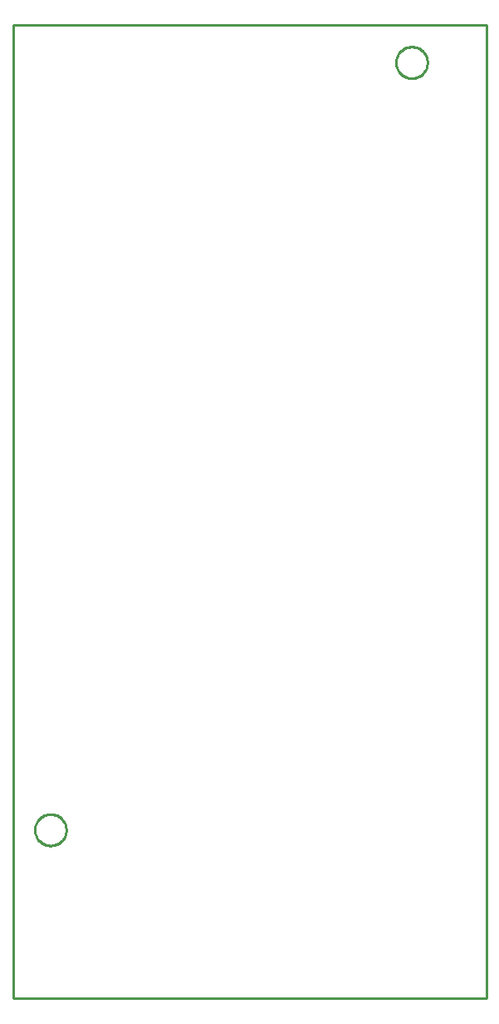
<source format=gbr>
G04 EAGLE Gerber RS-274X export*
G75*
%MOMM*%
%FSLAX34Y34*%
%LPD*%
%IN*%
%IPPOS*%
%AMOC8*
5,1,8,0,0,1.08239X$1,22.5*%
G01*
%ADD10C,0.254000*%


D10*
X0Y0D02*
X482600Y0D01*
X482600Y990600D01*
X0Y990600D01*
X0Y0D01*
X54102Y170926D02*
X54033Y169881D01*
X53897Y168842D01*
X53692Y167814D01*
X53421Y166802D01*
X53084Y165810D01*
X52683Y164842D01*
X52220Y163903D01*
X51696Y162995D01*
X51114Y162124D01*
X50476Y161293D01*
X49786Y160505D01*
X49045Y159764D01*
X48257Y159074D01*
X47426Y158436D01*
X46555Y157854D01*
X45647Y157330D01*
X44708Y156867D01*
X43740Y156466D01*
X42748Y156129D01*
X41736Y155858D01*
X40708Y155653D01*
X39669Y155517D01*
X38624Y155448D01*
X37576Y155448D01*
X36531Y155517D01*
X35492Y155653D01*
X34464Y155858D01*
X33452Y156129D01*
X32460Y156466D01*
X31492Y156867D01*
X30553Y157330D01*
X29645Y157854D01*
X28774Y158436D01*
X27943Y159074D01*
X27155Y159764D01*
X26414Y160505D01*
X25724Y161293D01*
X25086Y162124D01*
X24504Y162995D01*
X23980Y163903D01*
X23517Y164842D01*
X23116Y165810D01*
X22779Y166802D01*
X22508Y167814D01*
X22303Y168842D01*
X22167Y169881D01*
X22098Y170926D01*
X22098Y171974D01*
X22167Y173019D01*
X22303Y174058D01*
X22508Y175086D01*
X22779Y176098D01*
X23116Y177090D01*
X23517Y178058D01*
X23980Y178997D01*
X24504Y179905D01*
X25086Y180776D01*
X25724Y181607D01*
X26414Y182395D01*
X27155Y183136D01*
X27943Y183826D01*
X28774Y184464D01*
X29645Y185046D01*
X30553Y185570D01*
X31492Y186033D01*
X32460Y186434D01*
X33452Y186771D01*
X34464Y187042D01*
X35492Y187247D01*
X36531Y187383D01*
X37576Y187452D01*
X38624Y187452D01*
X39669Y187383D01*
X40708Y187247D01*
X41736Y187042D01*
X42748Y186771D01*
X43740Y186434D01*
X44708Y186033D01*
X45647Y185570D01*
X46555Y185046D01*
X47426Y184464D01*
X48257Y183826D01*
X49045Y183136D01*
X49786Y182395D01*
X50476Y181607D01*
X51114Y180776D01*
X51696Y179905D01*
X52220Y178997D01*
X52683Y178058D01*
X53084Y177090D01*
X53421Y176098D01*
X53692Y175086D01*
X53897Y174058D01*
X54033Y173019D01*
X54102Y171974D01*
X54102Y170926D01*
X422402Y951976D02*
X422333Y950931D01*
X422197Y949892D01*
X421992Y948864D01*
X421721Y947852D01*
X421384Y946860D01*
X420983Y945892D01*
X420520Y944953D01*
X419996Y944045D01*
X419414Y943174D01*
X418776Y942343D01*
X418086Y941555D01*
X417345Y940814D01*
X416557Y940124D01*
X415726Y939486D01*
X414855Y938904D01*
X413947Y938380D01*
X413008Y937917D01*
X412040Y937516D01*
X411048Y937179D01*
X410036Y936908D01*
X409008Y936703D01*
X407969Y936567D01*
X406924Y936498D01*
X405876Y936498D01*
X404831Y936567D01*
X403792Y936703D01*
X402764Y936908D01*
X401752Y937179D01*
X400760Y937516D01*
X399792Y937917D01*
X398853Y938380D01*
X397945Y938904D01*
X397074Y939486D01*
X396243Y940124D01*
X395455Y940814D01*
X394714Y941555D01*
X394024Y942343D01*
X393386Y943174D01*
X392804Y944045D01*
X392280Y944953D01*
X391817Y945892D01*
X391416Y946860D01*
X391079Y947852D01*
X390808Y948864D01*
X390603Y949892D01*
X390467Y950931D01*
X390398Y951976D01*
X390398Y953024D01*
X390467Y954069D01*
X390603Y955108D01*
X390808Y956136D01*
X391079Y957148D01*
X391416Y958140D01*
X391817Y959108D01*
X392280Y960047D01*
X392804Y960955D01*
X393386Y961826D01*
X394024Y962657D01*
X394714Y963445D01*
X395455Y964186D01*
X396243Y964876D01*
X397074Y965514D01*
X397945Y966096D01*
X398853Y966620D01*
X399792Y967083D01*
X400760Y967484D01*
X401752Y967821D01*
X402764Y968092D01*
X403792Y968297D01*
X404831Y968433D01*
X405876Y968502D01*
X406924Y968502D01*
X407969Y968433D01*
X409008Y968297D01*
X410036Y968092D01*
X411048Y967821D01*
X412040Y967484D01*
X413008Y967083D01*
X413947Y966620D01*
X414855Y966096D01*
X415726Y965514D01*
X416557Y964876D01*
X417345Y964186D01*
X418086Y963445D01*
X418776Y962657D01*
X419414Y961826D01*
X419996Y960955D01*
X420520Y960047D01*
X420983Y959108D01*
X421384Y958140D01*
X421721Y957148D01*
X421992Y956136D01*
X422197Y955108D01*
X422333Y954069D01*
X422402Y953024D01*
X422402Y951976D01*
M02*

</source>
